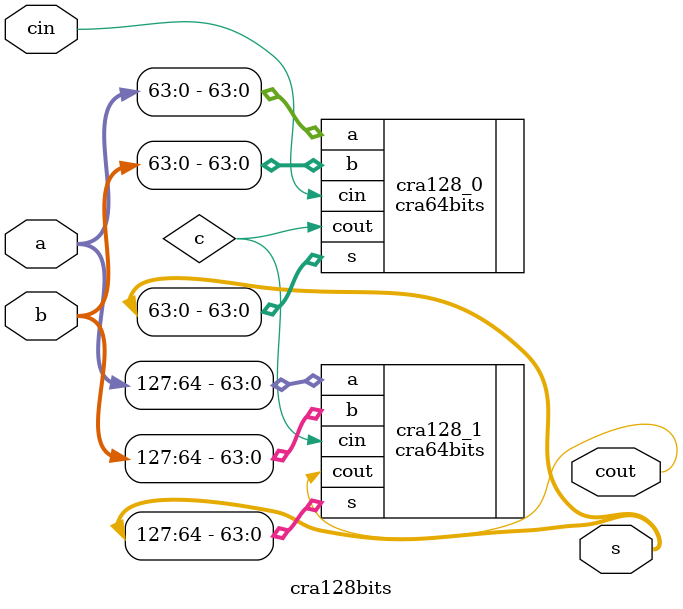
<source format=v>


// Unless required by applicable law or agreed to in writing, software
// distributed under the License is distributed on an "AS IS" BASIS,
// WITHOUT WARRANTIES OR CONDITIONS OF ANY KIND, either express or implied.
// See the License for the specific language governing permissions and
// limitations under the License.
//
//-----------------------------------------------------
// Design Name : cra128bits
// File Name   : cra128bits.v
// Function    : Carry Ripple Adder to 128 bits 
// Coder       : Jucemar Monteiro
//-----------------------------------------------------

module cra128bits (cin,a,b,s,cout);
	parameter n = 128;
	parameter m = 64;
	input  cin;	
	input  [n-1:0] a;
	input  [n-1:0] b;
	output  [n-1:0] s;
	output  cout;
	
	wire c;

	cra64bits cra128_0 (.cin(cin),.a(a[m-1:0]),.b(b[m-1:0]),.s(s[m-1:0]),.cout(c));
	cra64bits cra128_1 (.cin(c),.a(a[n-1:m]),.b(b[n-1:m]),.s(s[n-1:m]),.cout(cout));
endmodule

</source>
